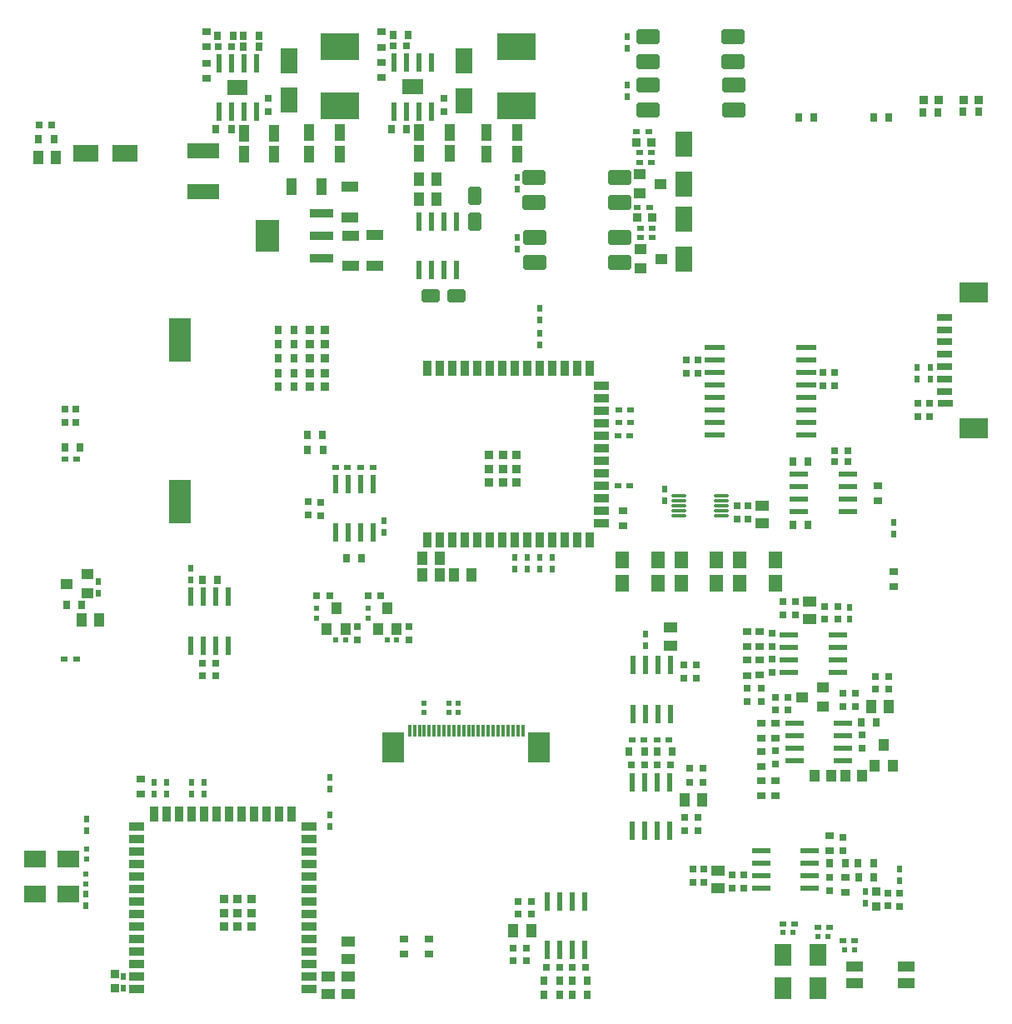
<source format=gbr>
G04*
G04 #@! TF.GenerationSoftware,Altium Limited,Altium Designer,25.1.2 (22)*
G04*
G04 Layer_Color=8421504*
%FSLAX44Y44*%
%MOMM*%
G71*
G04*
G04 #@! TF.SameCoordinates,54FBF0B5-E2CF-4F3E-8A6F-997AE4EABEE6*
G04*
G04*
G04 #@! TF.FilePolarity,Positive*
G04*
G01*
G75*
%ADD18R,0.6000X1.9700*%
%ADD19R,2.4892X0.8890*%
%ADD20R,2.4892X3.2004*%
%ADD21R,0.7620X0.8128*%
%ADD22R,0.8000X0.7500*%
%ADD23R,1.9700X0.6000*%
%ADD24R,0.8128X0.7620*%
%ADD25R,1.7000X1.0000*%
%ADD26R,0.5080X0.6604*%
%ADD27R,0.6604X0.5080*%
%ADD28R,0.6000X0.5000*%
%ADD29R,1.4478X1.1176*%
%ADD30R,1.7000X2.2000*%
%ADD31R,0.8128X0.8128*%
%ADD32R,0.7500X0.8000*%
%ADD33R,1.1176X1.4478*%
G04:AMPARAMS|DCode=34|XSize=2.05mm|YSize=0.59mm|CornerRadius=0.0738mm|HoleSize=0mm|Usage=FLASHONLY|Rotation=0.000|XOffset=0mm|YOffset=0mm|HoleType=Round|Shape=RoundedRectangle|*
%AMROUNDEDRECTD34*
21,1,2.0500,0.4425,0,0,0.0*
21,1,1.9025,0.5900,0,0,0.0*
1,1,0.1475,0.9513,-0.2213*
1,1,0.1475,-0.9513,-0.2213*
1,1,0.1475,-0.9513,0.2213*
1,1,0.1475,0.9513,0.2213*
%
%ADD34ROUNDEDRECTD34*%
G04:AMPARAMS|DCode=35|XSize=2.3mm|YSize=1.48mm|CornerRadius=0.185mm|HoleSize=0mm|Usage=FLASHONLY|Rotation=0.000|XOffset=0mm|YOffset=0mm|HoleType=Round|Shape=RoundedRectangle|*
%AMROUNDEDRECTD35*
21,1,2.3000,1.1100,0,0,0.0*
21,1,1.9300,1.4800,0,0,0.0*
1,1,0.3700,0.9650,-0.5550*
1,1,0.3700,-0.9650,-0.5550*
1,1,0.3700,-0.9650,0.5550*
1,1,0.3700,0.9650,0.5550*
%
%ADD35ROUNDEDRECTD35*%
G04:AMPARAMS|DCode=36|XSize=1.47mm|YSize=0.28mm|CornerRadius=0.035mm|HoleSize=0mm|Usage=FLASHONLY|Rotation=0.000|XOffset=0mm|YOffset=0mm|HoleType=Round|Shape=RoundedRectangle|*
%AMROUNDEDRECTD36*
21,1,1.4700,0.2100,0,0,0.0*
21,1,1.4000,0.2800,0,0,0.0*
1,1,0.0700,0.7000,-0.1050*
1,1,0.0700,-0.7000,-0.1050*
1,1,0.0700,-0.7000,0.1050*
1,1,0.0700,0.7000,0.1050*
%
%ADD36ROUNDEDRECTD36*%
%ADD37R,1.2000X1.0160*%
%ADD38R,0.9000X0.9000*%
%ADD39R,0.9000X1.5000*%
%ADD40R,1.5000X0.9000*%
%ADD41R,0.9000X0.9000*%
%ADD42R,1.5000X0.9000*%
%ADD43R,0.9000X1.5000*%
%ADD44R,1.0160X1.2000*%
%ADD45R,2.2000X1.7000*%
%ADD46R,1.0160X1.1938*%
%ADD47R,4.0000X2.7000*%
%ADD48R,2.3000X4.5000*%
%ADD49R,1.6000X0.8000*%
%ADD50R,3.0000X2.1000*%
%ADD51R,0.3000X1.2500*%
%ADD52R,2.3000X3.1000*%
%ADD53R,3.2000X1.5000*%
%ADD54R,1.7000X2.5000*%
%ADD55R,1.3700X1.7300*%
%ADD56R,0.8128X0.8128*%
%ADD57R,2.5000X1.7000*%
%ADD58R,0.5000X0.6000*%
G04:AMPARAMS|DCode=59|XSize=1.81mm|YSize=1.32mm|CornerRadius=0.165mm|HoleSize=0mm|Usage=FLASHONLY|Rotation=270.000|XOffset=0mm|YOffset=0mm|HoleType=Round|Shape=RoundedRectangle|*
%AMROUNDEDRECTD59*
21,1,1.8100,0.9900,0,0,270.0*
21,1,1.4800,1.3200,0,0,270.0*
1,1,0.3300,-0.4950,-0.7400*
1,1,0.3300,-0.4950,0.7400*
1,1,0.3300,0.4950,0.7400*
1,1,0.3300,0.4950,-0.7400*
%
%ADD59ROUNDEDRECTD59*%
%ADD60R,1.8034X1.1176*%
%ADD61R,1.1176X1.8034*%
G04:AMPARAMS|DCode=62|XSize=1.81mm|YSize=1.32mm|CornerRadius=0.165mm|HoleSize=0mm|Usage=FLASHONLY|Rotation=0.000|XOffset=0mm|YOffset=0mm|HoleType=Round|Shape=RoundedRectangle|*
%AMROUNDEDRECTD62*
21,1,1.8100,0.9900,0,0,0.0*
21,1,1.4800,1.3200,0,0,0.0*
1,1,0.3300,0.7400,-0.4950*
1,1,0.3300,-0.7400,-0.4950*
1,1,0.3300,-0.7400,0.4950*
1,1,0.3300,0.7400,0.4950*
%
%ADD62ROUNDEDRECTD62*%
G36*
X215471Y924052D02*
Y939303D01*
X236286D01*
Y924052D01*
X215471D01*
D02*
G37*
G36*
X393779Y924560D02*
Y939811D01*
X414594D01*
Y924560D01*
X393779D01*
D02*
G37*
D18*
X206836Y906922D02*
D03*
X232236Y956422D02*
D03*
X219536D02*
D03*
X206836D02*
D03*
X219536Y906922D02*
D03*
X232236D02*
D03*
X244936D02*
D03*
Y956422D02*
D03*
X666256Y344520D02*
D03*
Y295020D02*
D03*
X653556D02*
D03*
X640856D02*
D03*
X628156Y344520D02*
D03*
X640856D02*
D03*
X653556D02*
D03*
X628156Y295020D02*
D03*
X540540Y54887D02*
D03*
Y104387D02*
D03*
X553240D02*
D03*
X565940D02*
D03*
X578640Y54887D02*
D03*
X565940D02*
D03*
X553240D02*
D03*
X578640Y104387D02*
D03*
X627106Y175940D02*
D03*
X652506Y225440D02*
D03*
X639806D02*
D03*
X627106D02*
D03*
X639806Y175940D02*
D03*
X652506D02*
D03*
X665206D02*
D03*
Y225440D02*
D03*
X325374Y479186D02*
D03*
X350774Y528686D02*
D03*
X338074D02*
D03*
X325374D02*
D03*
X338074Y479186D02*
D03*
X350774D02*
D03*
X363474D02*
D03*
Y528686D02*
D03*
X216916Y414132D02*
D03*
X191516Y364632D02*
D03*
X204216D02*
D03*
X216916D02*
D03*
X204216Y414132D02*
D03*
X191516D02*
D03*
X178816D02*
D03*
Y364632D02*
D03*
X448644Y795640D02*
D03*
X423244Y746140D02*
D03*
X435944D02*
D03*
X448644D02*
D03*
X435944Y795640D02*
D03*
X423244D02*
D03*
X410544D02*
D03*
Y746140D02*
D03*
X385144Y907430D02*
D03*
X410544Y956930D02*
D03*
X397844D02*
D03*
X385144D02*
D03*
X397844Y907430D02*
D03*
X410544D02*
D03*
X423244D02*
D03*
Y956930D02*
D03*
D19*
X311277Y757896D02*
D03*
Y780796D02*
D03*
Y803696D02*
D03*
D20*
X256159Y780796D02*
D03*
D21*
X872713Y128746D02*
D03*
X857219D02*
D03*
X843744Y143000D02*
D03*
X828250D02*
D03*
X872459Y143224D02*
D03*
X856965D02*
D03*
X938247Y906000D02*
D03*
X922753D02*
D03*
X963676Y906780D02*
D03*
X979170D02*
D03*
X624185Y257078D02*
D03*
X639679D02*
D03*
X668127D02*
D03*
X652633D02*
D03*
X352171Y453390D02*
D03*
X336677D02*
D03*
X205613Y431292D02*
D03*
X190119D02*
D03*
X811784Y900684D02*
D03*
X796290D02*
D03*
X888111D02*
D03*
X872617D02*
D03*
X537619Y23645D02*
D03*
X553113D02*
D03*
Y9675D02*
D03*
X537619D02*
D03*
X566067D02*
D03*
X581561D02*
D03*
Y23899D02*
D03*
X566067D02*
D03*
X875205Y286512D02*
D03*
X859711D02*
D03*
X790401Y551434D02*
D03*
X805895D02*
D03*
X790401Y487426D02*
D03*
X805895D02*
D03*
X67437Y405384D02*
D03*
X51943D02*
D03*
X312674Y563118D02*
D03*
X297180D02*
D03*
X312547Y578612D02*
D03*
X297053D02*
D03*
X50253Y566000D02*
D03*
X65747D02*
D03*
X23749Y878840D02*
D03*
X39243D02*
D03*
X267753Y656750D02*
D03*
X283247D02*
D03*
X267753Y627500D02*
D03*
X283247D02*
D03*
X267753Y641500D02*
D03*
X283247D02*
D03*
X267753Y670500D02*
D03*
X283247D02*
D03*
X267753Y685250D02*
D03*
X283247D02*
D03*
X384255Y984758D02*
D03*
X399749D02*
D03*
X397717Y889508D02*
D03*
X382223D02*
D03*
X205947Y984362D02*
D03*
X221441D02*
D03*
X219536Y889508D02*
D03*
X204042D02*
D03*
X232109Y984362D02*
D03*
X247603D02*
D03*
Y973186D02*
D03*
X232109D02*
D03*
D22*
X828250Y129000D02*
D03*
Y115500D02*
D03*
X679730Y331054D02*
D03*
Y344554D02*
D03*
X692683Y331054D02*
D03*
Y344554D02*
D03*
X689030Y124254D02*
D03*
Y137754D02*
D03*
X700206Y124254D02*
D03*
Y137754D02*
D03*
X728900Y131296D02*
D03*
Y117796D02*
D03*
X740326Y131150D02*
D03*
Y117650D02*
D03*
X773176Y257448D02*
D03*
Y243948D02*
D03*
X298196Y510432D02*
D03*
Y496932D02*
D03*
X310134Y510178D02*
D03*
Y496678D02*
D03*
X682498Y654704D02*
D03*
Y641204D02*
D03*
X693674Y654812D02*
D03*
Y641312D02*
D03*
X832866Y642004D02*
D03*
Y628504D02*
D03*
X821182Y642004D02*
D03*
Y628504D02*
D03*
X899368Y113194D02*
D03*
Y99694D02*
D03*
X887500Y113250D02*
D03*
Y99750D02*
D03*
X744728Y506730D02*
D03*
Y493230D02*
D03*
X733552Y506730D02*
D03*
Y493230D02*
D03*
X841614Y169524D02*
D03*
Y156024D02*
D03*
X860588Y273450D02*
D03*
Y259950D02*
D03*
X841614Y302768D02*
D03*
Y316268D02*
D03*
X854456Y302768D02*
D03*
Y316268D02*
D03*
X769414Y376766D02*
D03*
Y363266D02*
D03*
X744131Y321456D02*
D03*
Y307956D02*
D03*
X758698Y321456D02*
D03*
Y307956D02*
D03*
X785876Y298704D02*
D03*
Y312204D02*
D03*
X772922Y298704D02*
D03*
Y312204D02*
D03*
X793258Y408848D02*
D03*
Y395348D02*
D03*
X780304Y408848D02*
D03*
Y395348D02*
D03*
X836090Y391014D02*
D03*
Y404514D02*
D03*
X823056Y391014D02*
D03*
Y404514D02*
D03*
X769414Y337212D02*
D03*
Y350712D02*
D03*
X929132Y610522D02*
D03*
Y597022D02*
D03*
X917956Y610522D02*
D03*
Y597022D02*
D03*
X61722Y604920D02*
D03*
Y591420D02*
D03*
X50546Y604920D02*
D03*
Y591420D02*
D03*
X400304Y370078D02*
D03*
Y383578D02*
D03*
X347834Y370078D02*
D03*
Y383578D02*
D03*
X435690Y920930D02*
D03*
Y907430D02*
D03*
X257382Y920422D02*
D03*
Y906922D02*
D03*
D23*
X807940Y117570D02*
D03*
X758440D02*
D03*
Y130270D02*
D03*
Y142970D02*
D03*
X807940Y155670D02*
D03*
Y142970D02*
D03*
Y130270D02*
D03*
X758440Y155670D02*
D03*
X841614Y247650D02*
D03*
X792114Y273050D02*
D03*
Y260350D02*
D03*
Y247650D02*
D03*
X841614Y260350D02*
D03*
Y273050D02*
D03*
Y285750D02*
D03*
X792114D02*
D03*
X836106Y337504D02*
D03*
X786606Y362904D02*
D03*
Y350204D02*
D03*
Y337504D02*
D03*
X836106Y350204D02*
D03*
Y362904D02*
D03*
Y375604D02*
D03*
X786606D02*
D03*
X846440Y500380D02*
D03*
X796940Y525780D02*
D03*
Y513080D02*
D03*
Y500380D02*
D03*
X846440Y513080D02*
D03*
Y525780D02*
D03*
Y538480D02*
D03*
X796940D02*
D03*
D24*
X843750Y129247D02*
D03*
Y113753D02*
D03*
X128000Y228696D02*
D03*
Y213202D02*
D03*
X893250Y424503D02*
D03*
Y439997D02*
D03*
X828250Y171537D02*
D03*
Y156043D02*
D03*
X758698Y270383D02*
D03*
Y285877D02*
D03*
X773176D02*
D03*
Y270383D02*
D03*
X758698Y256921D02*
D03*
Y241427D02*
D03*
X773176Y227203D02*
D03*
Y211709D02*
D03*
X758698Y227457D02*
D03*
Y211963D02*
D03*
X756698Y378779D02*
D03*
Y363285D02*
D03*
X744131D02*
D03*
Y378779D02*
D03*
Y349696D02*
D03*
Y334202D02*
D03*
X756698Y334329D02*
D03*
Y349823D02*
D03*
X877250Y511503D02*
D03*
Y526997D02*
D03*
X617474Y501888D02*
D03*
Y486394D02*
D03*
X395224Y66421D02*
D03*
Y50927D02*
D03*
X420624Y66421D02*
D03*
Y50927D02*
D03*
X372698Y972439D02*
D03*
Y987933D02*
D03*
X194644Y973059D02*
D03*
Y988553D02*
D03*
X372698Y941451D02*
D03*
Y956945D02*
D03*
X194644Y940928D02*
D03*
Y956422D02*
D03*
D25*
X853000Y21716D02*
D03*
Y38716D02*
D03*
X905500Y21716D02*
D03*
Y38716D02*
D03*
D26*
X641000Y376500D02*
D03*
Y364500D02*
D03*
X374650Y491140D02*
D03*
Y479140D02*
D03*
X178816Y443388D02*
D03*
Y431388D02*
D03*
X192040Y225202D02*
D03*
Y213202D02*
D03*
X179340Y225202D02*
D03*
Y213202D02*
D03*
X532892Y670148D02*
D03*
Y682148D02*
D03*
Y707548D02*
D03*
Y695548D02*
D03*
X899250Y125750D02*
D03*
Y137750D02*
D03*
X510286Y839882D02*
D03*
Y827882D02*
D03*
X622046Y934370D02*
D03*
Y922370D02*
D03*
Y983392D02*
D03*
Y971392D02*
D03*
X510286Y778922D02*
D03*
Y766922D02*
D03*
X659892Y523730D02*
D03*
Y511730D02*
D03*
X532796Y442310D02*
D03*
Y454310D02*
D03*
X545496Y442310D02*
D03*
Y454310D02*
D03*
X507396Y442310D02*
D03*
Y454310D02*
D03*
X520096Y442310D02*
D03*
Y454310D02*
D03*
X930324Y647386D02*
D03*
Y635387D02*
D03*
X916764Y647386D02*
D03*
Y635387D02*
D03*
X84836Y417672D02*
D03*
Y429672D02*
D03*
X848000Y391000D02*
D03*
Y403000D02*
D03*
X893250Y489616D02*
D03*
Y477616D02*
D03*
X141240Y225202D02*
D03*
Y213202D02*
D03*
X153940Y225202D02*
D03*
Y213202D02*
D03*
X319532Y192182D02*
D03*
Y180182D02*
D03*
Y218790D02*
D03*
Y230790D02*
D03*
X864500Y114500D02*
D03*
Y102500D02*
D03*
X110236Y16140D02*
D03*
Y28140D02*
D03*
X72390Y188116D02*
D03*
Y176116D02*
D03*
X72136Y100268D02*
D03*
Y112268D02*
D03*
D27*
X841000Y64529D02*
D03*
X853000D02*
D03*
X780334Y81844D02*
D03*
X792334D02*
D03*
X816148Y77780D02*
D03*
X828148D02*
D03*
X652760Y268540D02*
D03*
X664760D02*
D03*
X639456D02*
D03*
X627456D02*
D03*
X337470Y545338D02*
D03*
X325470D02*
D03*
X351474Y545338D02*
D03*
X363474D02*
D03*
X631814Y886968D02*
D03*
X643814D02*
D03*
X634814Y855788D02*
D03*
X646814D02*
D03*
X634814Y865186D02*
D03*
X646814D02*
D03*
X632576Y810006D02*
D03*
X644576D02*
D03*
X635576Y778826D02*
D03*
X647576D02*
D03*
X635576Y788224D02*
D03*
X647576D02*
D03*
X624744Y527288D02*
D03*
X612744D02*
D03*
X624744Y578088D02*
D03*
X612744D02*
D03*
X625506Y590804D02*
D03*
X613506D02*
D03*
X625506Y603504D02*
D03*
X613506D02*
D03*
X62388Y553974D02*
D03*
X50388D02*
D03*
X62134Y350774D02*
D03*
X50134D02*
D03*
D28*
X853000Y55250D02*
D03*
X843000D02*
D03*
X826148Y69144D02*
D03*
X816148D02*
D03*
X790334Y72700D02*
D03*
X780334D02*
D03*
X387960Y370078D02*
D03*
X377960D02*
D03*
X335816D02*
D03*
X325816D02*
D03*
D29*
X714176Y135857D02*
D03*
Y118023D02*
D03*
X666256Y364701D02*
D03*
Y382535D02*
D03*
X759206Y506730D02*
D03*
Y488896D02*
D03*
X807530Y391014D02*
D03*
Y408848D02*
D03*
X338582Y45693D02*
D03*
Y63527D02*
D03*
Y10309D02*
D03*
Y28194D02*
D03*
X318262Y10387D02*
D03*
Y28272D02*
D03*
D30*
X816148Y16584D02*
D03*
Y50584D02*
D03*
X780334Y16584D02*
D03*
Y50584D02*
D03*
D31*
X923428Y918500D02*
D03*
X938428D02*
D03*
X979050Y918464D02*
D03*
X964050D02*
D03*
X646814Y876046D02*
D03*
X631814D02*
D03*
X647576Y799084D02*
D03*
X632576D02*
D03*
X299500Y627500D02*
D03*
X314500D02*
D03*
X299500Y641500D02*
D03*
X314500D02*
D03*
X299500Y670500D02*
D03*
X314500D02*
D03*
X299500Y685250D02*
D03*
X314500D02*
D03*
X299500Y656750D02*
D03*
X314500D02*
D03*
D32*
X699269Y239552D02*
D03*
X685769D02*
D03*
X699269Y225836D02*
D03*
X685769D02*
D03*
X680808Y190022D02*
D03*
X694308D02*
D03*
X680808Y176052D02*
D03*
X694308D02*
D03*
X666006Y243362D02*
D03*
X652506D02*
D03*
X626198D02*
D03*
X639698D02*
D03*
X204216Y346456D02*
D03*
X190716D02*
D03*
X204216Y333502D02*
D03*
X190716D02*
D03*
X539632Y37361D02*
D03*
X553132D02*
D03*
X506543Y43925D02*
D03*
X520043D02*
D03*
X506543Y56879D02*
D03*
X520043D02*
D03*
X524377Y91677D02*
D03*
X510877D02*
D03*
X524377Y104377D02*
D03*
X510877D02*
D03*
X579548Y37361D02*
D03*
X566048D02*
D03*
X888265Y332994D02*
D03*
X874765D02*
D03*
X888265Y320040D02*
D03*
X874765D02*
D03*
X846440Y562356D02*
D03*
X832940D02*
D03*
X846440Y551180D02*
D03*
X832940D02*
D03*
X23984Y893572D02*
D03*
X37484D02*
D03*
X358394Y415036D02*
D03*
X371894D02*
D03*
X306432D02*
D03*
X319932D02*
D03*
X397736Y973582D02*
D03*
X384236D02*
D03*
X219536Y972932D02*
D03*
X206036D02*
D03*
D33*
X680808Y208056D02*
D03*
X698642D02*
D03*
X524377Y74405D02*
D03*
X506543D02*
D03*
X870431Y302768D02*
D03*
X888265D02*
D03*
X85371Y390906D02*
D03*
X67537D02*
D03*
X445770Y435864D02*
D03*
X463604D02*
D03*
X23595Y860298D02*
D03*
X41429D02*
D03*
X413485Y435864D02*
D03*
X431370D02*
D03*
X413485Y453390D02*
D03*
X431370D02*
D03*
X428429Y838200D02*
D03*
X410544D02*
D03*
X428429Y817880D02*
D03*
X410544D02*
D03*
D34*
X710878Y667512D02*
D03*
Y654812D02*
D03*
Y642112D02*
D03*
Y629412D02*
D03*
Y616712D02*
D03*
Y604012D02*
D03*
Y591312D02*
D03*
Y578612D02*
D03*
X803978D02*
D03*
Y591312D02*
D03*
Y604012D02*
D03*
Y616712D02*
D03*
Y629412D02*
D03*
Y642112D02*
D03*
Y654812D02*
D03*
Y667512D02*
D03*
D35*
X614492Y839978D02*
D03*
Y814578D02*
D03*
X527492D02*
D03*
Y839978D02*
D03*
X643316Y909066D02*
D03*
Y934466D02*
D03*
X730316D02*
D03*
Y909066D02*
D03*
X614746Y779018D02*
D03*
Y753618D02*
D03*
X527746D02*
D03*
Y779018D02*
D03*
X643062Y957834D02*
D03*
Y983234D02*
D03*
X730062D02*
D03*
Y957834D02*
D03*
D36*
X717714Y516730D02*
D03*
Y511730D02*
D03*
Y506730D02*
D03*
Y501730D02*
D03*
Y496730D02*
D03*
X674714D02*
D03*
Y501730D02*
D03*
Y506730D02*
D03*
Y511730D02*
D03*
Y516730D02*
D03*
D37*
X799660Y312204D02*
D03*
X820860Y321704D02*
D03*
Y302704D02*
D03*
X656014Y833690D02*
D03*
X634814Y824190D02*
D03*
Y843190D02*
D03*
X656776Y757490D02*
D03*
X635576Y747990D02*
D03*
Y766990D02*
D03*
X51884Y427228D02*
D03*
X73084Y436728D02*
D03*
Y417728D02*
D03*
D38*
X495870Y544038D02*
D03*
Y530038D02*
D03*
Y558038D02*
D03*
X509870Y530038D02*
D03*
Y544038D02*
D03*
Y558038D02*
D03*
X481870Y530038D02*
D03*
Y544038D02*
D03*
Y558038D02*
D03*
D39*
X418670Y471538D02*
D03*
X431370D02*
D03*
X444070D02*
D03*
X456770D02*
D03*
X469470D02*
D03*
X482170D02*
D03*
X494870D02*
D03*
X507570D02*
D03*
X520270D02*
D03*
X532970D02*
D03*
X545670D02*
D03*
X558370D02*
D03*
X571070D02*
D03*
X583770D02*
D03*
Y646538D02*
D03*
X571070D02*
D03*
X558370D02*
D03*
X545670D02*
D03*
X532970D02*
D03*
X520270D02*
D03*
X507570D02*
D03*
X494870D02*
D03*
X482170D02*
D03*
X469470D02*
D03*
X456770D02*
D03*
X444070D02*
D03*
X431370D02*
D03*
X418670D02*
D03*
D40*
X596270Y489188D02*
D03*
Y501888D02*
D03*
Y514588D02*
D03*
Y527288D02*
D03*
Y539988D02*
D03*
Y552688D02*
D03*
Y565388D02*
D03*
Y578088D02*
D03*
Y590788D02*
D03*
Y603488D02*
D03*
Y616188D02*
D03*
Y628888D02*
D03*
D41*
X226090Y92740D02*
D03*
X240090D02*
D03*
X212090D02*
D03*
X240090Y106740D02*
D03*
X226090D02*
D03*
X212090D02*
D03*
X240090Y78740D02*
D03*
X226090D02*
D03*
X212090D02*
D03*
D42*
X298590Y15540D02*
D03*
Y28240D02*
D03*
Y40940D02*
D03*
Y53640D02*
D03*
Y66340D02*
D03*
Y79040D02*
D03*
Y91740D02*
D03*
Y104440D02*
D03*
Y117140D02*
D03*
Y129840D02*
D03*
Y142540D02*
D03*
Y155240D02*
D03*
Y167940D02*
D03*
Y180640D02*
D03*
X123590D02*
D03*
Y167940D02*
D03*
Y155240D02*
D03*
Y142540D02*
D03*
Y129840D02*
D03*
Y117140D02*
D03*
Y104440D02*
D03*
Y91740D02*
D03*
Y79040D02*
D03*
Y66340D02*
D03*
Y53640D02*
D03*
Y40940D02*
D03*
Y28240D02*
D03*
Y15540D02*
D03*
D43*
X280940Y193140D02*
D03*
X268240D02*
D03*
X255540D02*
D03*
X242840D02*
D03*
X230140D02*
D03*
X217440D02*
D03*
X204740D02*
D03*
X192040D02*
D03*
X179340D02*
D03*
X166640D02*
D03*
X153940D02*
D03*
X141240D02*
D03*
D44*
X378460Y402336D02*
D03*
X387960Y381136D02*
D03*
X368960D02*
D03*
X326244Y402336D02*
D03*
X335744Y381136D02*
D03*
X316744D02*
D03*
X882980Y263906D02*
D03*
X892480Y242706D02*
D03*
X873480D02*
D03*
D45*
X54084Y147574D02*
D03*
X20084D02*
D03*
X54084Y112268D02*
D03*
X20084D02*
D03*
D46*
X829488Y232156D02*
D03*
X812470D02*
D03*
X843570D02*
D03*
X860588D02*
D03*
D47*
X509858Y973352D02*
D03*
Y912852D02*
D03*
X330026Y973352D02*
D03*
Y912852D02*
D03*
D48*
X167640Y675126D02*
D03*
Y511126D02*
D03*
D49*
X944956Y697944D02*
D03*
Y685444D02*
D03*
Y672944D02*
D03*
Y660444D02*
D03*
Y647944D02*
D03*
Y635444D02*
D03*
Y622944D02*
D03*
X945268Y610688D02*
D03*
D50*
X974268Y723448D02*
D03*
Y585188D02*
D03*
D51*
X515902Y278354D02*
D03*
X510902D02*
D03*
X505902D02*
D03*
X500902D02*
D03*
X495902D02*
D03*
X490902D02*
D03*
X485902D02*
D03*
X480902D02*
D03*
X475902D02*
D03*
X470902D02*
D03*
X465902D02*
D03*
X460902D02*
D03*
X455902D02*
D03*
X450902D02*
D03*
X445902D02*
D03*
X440902D02*
D03*
X435902D02*
D03*
X430902D02*
D03*
X425902D02*
D03*
X420902D02*
D03*
X415902D02*
D03*
X410902D02*
D03*
X405902D02*
D03*
X400902D02*
D03*
D52*
X384202Y260604D02*
D03*
X532602D02*
D03*
D53*
X191516Y825582D02*
D03*
Y867582D02*
D03*
D54*
X679704Y833690D02*
D03*
Y873690D02*
D03*
Y757490D02*
D03*
Y797490D02*
D03*
X456518Y918276D02*
D03*
Y958276D02*
D03*
X277956Y918530D02*
D03*
Y958530D02*
D03*
D55*
X772634Y427990D02*
D03*
X736634D02*
D03*
Y451104D02*
D03*
X772634D02*
D03*
X653254Y427990D02*
D03*
X617254D02*
D03*
Y451104D02*
D03*
X653254D02*
D03*
X712944Y427990D02*
D03*
X676944D02*
D03*
Y451104D02*
D03*
X712944D02*
D03*
D56*
X875250Y114500D02*
D03*
Y99499D02*
D03*
X101092Y16140D02*
D03*
Y31140D02*
D03*
D57*
X71694Y864616D02*
D03*
X111694D02*
D03*
D58*
X450596Y296244D02*
D03*
Y306244D02*
D03*
X415798Y296244D02*
D03*
Y306244D02*
D03*
X440690Y296244D02*
D03*
Y306244D02*
D03*
X72390Y147574D02*
D03*
Y157574D02*
D03*
X72136Y122268D02*
D03*
Y132268D02*
D03*
X358394Y402256D02*
D03*
Y392256D02*
D03*
X306432Y402336D02*
D03*
Y392336D02*
D03*
D59*
X467360Y795640D02*
D03*
Y821640D02*
D03*
D60*
X340614Y750062D02*
D03*
Y781050D02*
D03*
X365252Y750316D02*
D03*
Y781304D02*
D03*
X340360Y799846D02*
D03*
Y830834D02*
D03*
D61*
X280670D02*
D03*
X311658D02*
D03*
X479124Y863854D02*
D03*
X510112D02*
D03*
X479124Y885698D02*
D03*
X510112D02*
D03*
X441532Y885444D02*
D03*
X410544D02*
D03*
X441532Y864362D02*
D03*
X410544D02*
D03*
X299038Y885556D02*
D03*
X330026D02*
D03*
X299038Y864220D02*
D03*
X330026D02*
D03*
X263224Y885048D02*
D03*
X232236D02*
D03*
X263224Y864220D02*
D03*
X232236D02*
D03*
D62*
X448610Y720090D02*
D03*
X422610D02*
D03*
M02*

</source>
